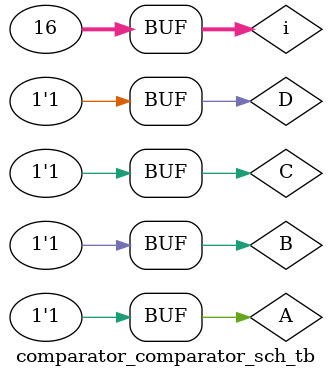
<source format=v>

`timescale 1ns / 1ps

module comparator_comparator_sch_tb();

// Inputs
   reg A;
   reg C;
   reg D;
   reg B;

// Output
   wire LT;
   wire EQ;
   wire GT;

// Bidirs
	integer i;

// Instantiate the UUT
   comparator UUT (
		.A(A), 
		.C(C), 
		.D(D), 
		.LT(LT), 
		.B(B), 
		.EQ(EQ), 
		.GT(GT)
   );
// Initialize Inputs
	initial begin
		A = 0;
		C = 0;
		D = 0;
		B = 0;
		
		for (i = 0; i < 16; i = i+1)
		begin
			if(i < 8) begin A = 0; end else begin A = 1; end
			if(i < 4 || (8 <= i && i < 12)) begin B = 0; end else begin B = 1; end
			if((i / 2) % 2 == 1) begin C = 1; end else begin C = 0; end
			if(i % 2 == 1) begin D = 1; end else begin D = 0; end
			#50;
		end	
	end
endmodule

</source>
